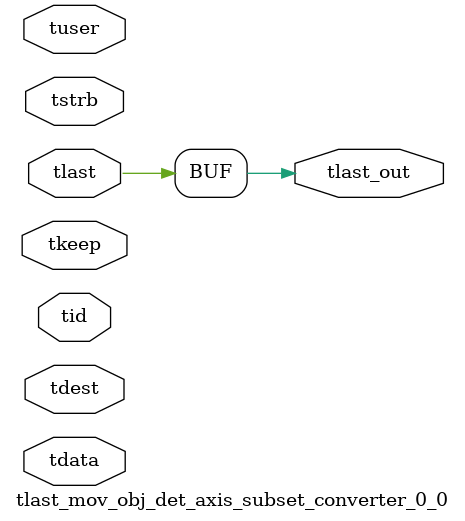
<source format=v>


`timescale 1ps/1ps

module tlast_mov_obj_det_axis_subset_converter_0_0 #
(
parameter C_S_AXIS_TID_WIDTH   = 1,
parameter C_S_AXIS_TUSER_WIDTH = 0,
parameter C_S_AXIS_TDATA_WIDTH = 0,
parameter C_S_AXIS_TDEST_WIDTH = 0
)
(
input  [(C_S_AXIS_TID_WIDTH   == 0 ? 1 : C_S_AXIS_TID_WIDTH)-1:0       ] tid,
input  [(C_S_AXIS_TDATA_WIDTH == 0 ? 1 : C_S_AXIS_TDATA_WIDTH)-1:0     ] tdata,
input  [(C_S_AXIS_TUSER_WIDTH == 0 ? 1 : C_S_AXIS_TUSER_WIDTH)-1:0     ] tuser,
input  [(C_S_AXIS_TDEST_WIDTH == 0 ? 1 : C_S_AXIS_TDEST_WIDTH)-1:0     ] tdest,
input  [(C_S_AXIS_TDATA_WIDTH/8)-1:0 ] tkeep,
input  [(C_S_AXIS_TDATA_WIDTH/8)-1:0 ] tstrb,
input  [0:0]                                                             tlast,
output                                                                   tlast_out
);

assign tlast_out = {tlast[0]};

endmodule


</source>
